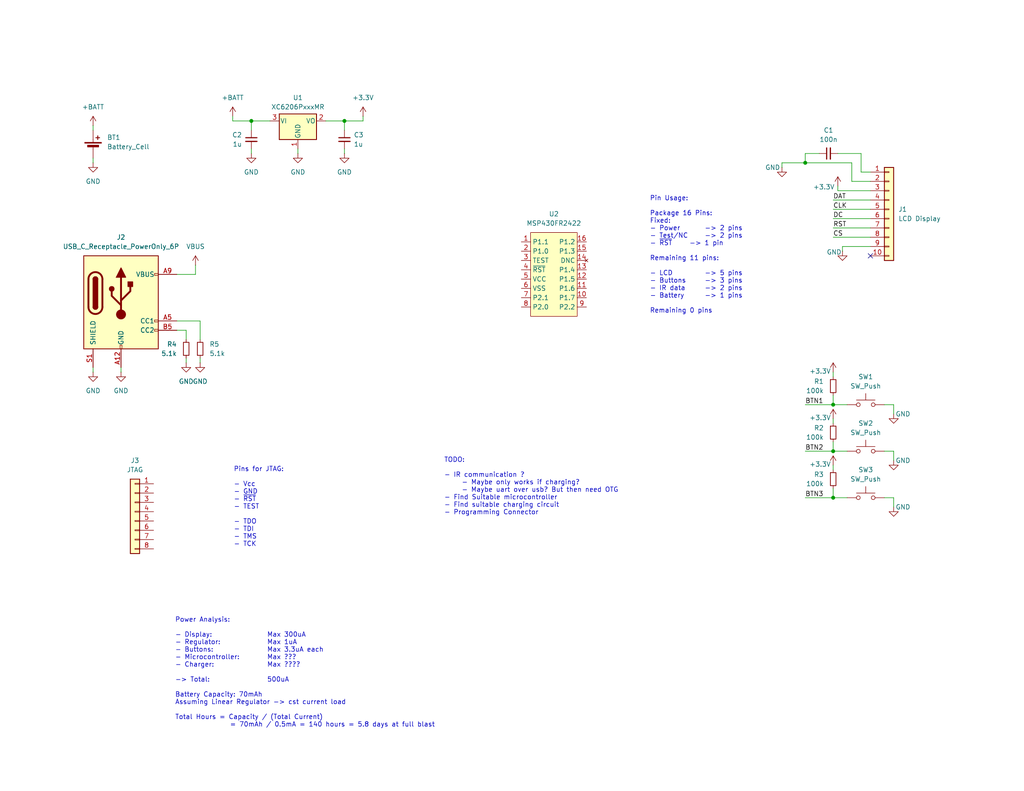
<source format=kicad_sch>
(kicad_sch (version 20231120) (generator "eeschema") (generator_version "8.0")
  (paper "USLetter")
  (title_block (title "PortaPAL") (rev "0.0.1") (company "Jorge Marcano"))
  (lib_symbols
    (symbol "Connector:USB_C_Receptacle_PowerOnly_6P" (pin_names (offset 1.016))
      (property "Reference" "J" (at 0 16.51 0))
      (property "Value" "USB_C_Receptacle_PowerOnly_6P" (at 0 13.97 0))
      (symbol "USB_C_Receptacle_PowerOnly_6P_0_0"
        (rectangle (start -0.254 -12.7) (end 0.254 -11.684))
        (rectangle (start 10.16 -7.366) (end 9.144 -7.874))
        (rectangle (start 10.16 -4.826) (end 9.144 -5.334))
        (rectangle (start 10.16 7.874) (end 9.144 7.366))
      )
      (symbol "USB_C_Receptacle_PowerOnly_6P_0_1"
        (rectangle (start -10.16 12.7) (end 10.16 -12.7) (stroke (width 0.254)) (fill (type background)))
        (arc (start -8.89 -1.27) (mid -6.985 -3.1667) (end -5.08 -1.27) (stroke (width 0.508)))
        (arc (start -7.62 -1.27) (mid -6.985 -1.9023) (end -6.35 -1.27) (stroke (width 0.254)))
        (arc (start -7.62 -1.27) (mid -6.985 -1.9023) (end -6.35 -1.27) (stroke (width 0.254)) (fill (type outline)))
        (rectangle (start -7.62 -1.27) (end -6.35 6.35) (stroke (width 0.254)) (fill (type outline)))
        (arc (start -6.35 6.35) (mid -6.985 6.9823) (end -7.62 6.35) (stroke (width 0.254)))
        (arc (start -6.35 6.35) (mid -6.985 6.9823) (end -7.62 6.35) (stroke (width 0.254)) (fill (type outline)))
        (arc (start -5.08 6.35) (mid -6.985 8.2467) (end -8.89 6.35) (stroke (width 0.508)))
        (circle (center -2.54 3.683) (radius 0.635) (stroke (width 0.254)) (fill (type outline)))
        (circle (center 0 -3.302) (radius 1.27) (fill (type outline)))
        (polyline (pts (xy -8.89 -1.27) (xy -8.89 6.35)) (stroke (width 0.508)))
        (polyline (pts (xy -5.08 6.35) (xy -5.08 -1.27)) (stroke (width 0.508)))
        (polyline (pts (xy 0 -3.302) (xy 0 6.858)) (stroke (width 0.508)))
        (polyline (pts (xy 0 -0.762) (xy -2.54 1.778) (xy -2.54 3.048)) (stroke (width 0.508)))
        (polyline (pts (xy 0 0.508) (xy 2.54 3.048) (xy 2.54 4.318)) (stroke (width 0.508)))
        (polyline (pts (xy -1.27 6.858) (xy 0 9.398) (xy 1.27 6.858) (xy -1.27 6.858)) (stroke (width 0.254)) (fill (type outline)))
        (rectangle (start 1.905 4.318) (end 3.175 5.588) (stroke (width 0.254)) (fill (type outline)))
      )
      (symbol "USB_C_Receptacle_PowerOnly_6P_1_1"
        (pin passive line (at 0 -17.78 90) (length 5.08) (name "GND") (number "A12"))
        (pin bidirectional line (at 15.24 -5.08 180) (length 5.08) (name "CC1") (number "A5"))
        (pin passive line (at 15.24 7.62 180) (length 5.08) (name "VBUS") (number "A9"))
        (pin passive line (at 0 -17.78 90) (length 5.08) hide (name "GND") (number "B12"))
        (pin bidirectional line (at 15.24 -7.62 180) (length 5.08) (name "CC2") (number "B5"))
        (pin passive line (at 15.24 7.62 180) (length 5.08) hide (name "VBUS") (number "B9"))
        (pin passive line (at -7.62 -17.78 90) (length 5.08) (name "SHIELD") (number "S1"))
      )
    )
    (symbol "Connector_Generic:Conn_01x08" (pin_names (offset 1.016) hide)
      (property "Reference" "J" (at 0 10.16 0))
      (property "Value" "Conn_01x08" (at 0 -12.7 0))
      (symbol "Conn_01x08_1_1"
        (rectangle (start -1.27 -10.033) (end 0 -10.287) (stroke (width 0.1524)))
        (rectangle (start -1.27 -7.493) (end 0 -7.747) (stroke (width 0.1524)))
        (rectangle (start -1.27 -4.953) (end 0 -5.207) (stroke (width 0.1524)))
        (rectangle (start -1.27 -2.413) (end 0 -2.667) (stroke (width 0.1524)))
        (rectangle (start -1.27 0.127) (end 0 -0.127) (stroke (width 0.1524)))
        (rectangle (start -1.27 2.667) (end 0 2.413) (stroke (width 0.1524)))
        (rectangle (start -1.27 5.207) (end 0 4.953) (stroke (width 0.1524)))
        (rectangle (start -1.27 7.747) (end 0 7.493) (stroke (width 0.1524)))
        (rectangle (start -1.27 8.89) (end 1.27 -11.43) (stroke (width 0.254)) (fill (type background)))
        (pin passive line (at -5.08 7.62 0) (length 3.81) (name "Pin_1") (number "1"))
        (pin passive line (at -5.08 5.08 0) (length 3.81) (name "Pin_2") (number "2"))
        (pin passive line (at -5.08 2.54 0) (length 3.81) (name "Pin_3") (number "3"))
        (pin passive line (at -5.08 0 0) (length 3.81) (name "Pin_4") (number "4"))
        (pin passive line (at -5.08 -2.54 0) (length 3.81) (name "Pin_5") (number "5"))
        (pin passive line (at -5.08 -5.08 0) (length 3.81) (name "Pin_6") (number "6"))
        (pin passive line (at -5.08 -7.62 0) (length 3.81) (name "Pin_7") (number "7"))
        (pin passive line (at -5.08 -10.16 0) (length 3.81) (name "Pin_8") (number "8"))
      )
    )
    (symbol "Connector_Generic:Conn_01x10" (pin_names (offset 1.016) hide)
      (property "Reference" "J" (at 0 12.7 0))
      (property "Value" "Conn_01x10" (at 0 -15.24 0))
      (symbol "Conn_01x10_1_1"
        (rectangle (start -1.27 -12.573) (end 0 -12.827) (stroke (width 0.1524)))
        (rectangle (start -1.27 -10.033) (end 0 -10.287) (stroke (width 0.1524)))
        (rectangle (start -1.27 -7.493) (end 0 -7.747) (stroke (width 0.1524)))
        (rectangle (start -1.27 -4.953) (end 0 -5.207) (stroke (width 0.1524)))
        (rectangle (start -1.27 -2.413) (end 0 -2.667) (stroke (width 0.1524)))
        (rectangle (start -1.27 0.127) (end 0 -0.127) (stroke (width 0.1524)))
        (rectangle (start -1.27 2.667) (end 0 2.413) (stroke (width 0.1524)))
        (rectangle (start -1.27 5.207) (end 0 4.953) (stroke (width 0.1524)))
        (rectangle (start -1.27 7.747) (end 0 7.493) (stroke (width 0.1524)))
        (rectangle (start -1.27 10.287) (end 0 10.033) (stroke (width 0.1524)))
        (rectangle (start -1.27 11.43) (end 1.27 -13.97) (stroke (width 0.254)) (fill (type background)))
        (pin passive line (at -5.08 10.16 0) (length 3.81) (name "Pin_1") (number "1"))
        (pin passive line (at -5.08 -12.7 0) (length 3.81) (name "Pin_10") (number "10"))
        (pin passive line (at -5.08 7.62 0) (length 3.81) (name "Pin_2") (number "2"))
        (pin passive line (at -5.08 5.08 0) (length 3.81) (name "Pin_3") (number "3"))
        (pin passive line (at -5.08 2.54 0) (length 3.81) (name "Pin_4") (number "4"))
        (pin passive line (at -5.08 0 0) (length 3.81) (name "Pin_5") (number "5"))
        (pin passive line (at -5.08 -2.54 0) (length 3.81) (name "Pin_6") (number "6"))
        (pin passive line (at -5.08 -5.08 0) (length 3.81) (name "Pin_7") (number "7"))
        (pin passive line (at -5.08 -7.62 0) (length 3.81) (name "Pin_8") (number "8"))
        (pin passive line (at -5.08 -10.16 0) (length 3.81) (name "Pin_9") (number "9"))
      )
    )
    (symbol "Device:Battery_Cell" (pin_numbers hide) (pin_names (offset 0) hide)
      (property "Reference" "BT" (at 2.54 2.54 0))
      (property "Value" "Battery_Cell" (at 2.54 0 0))
      (symbol "Battery_Cell_0_1"
        (rectangle (start -2.286 1.778) (end 2.286 1.524) (fill (type outline)))
        (rectangle (start -1.524 1.016) (end 1.524 0.508) (fill (type outline)))
        (polyline (pts (xy 0 0.762) (xy 0 0)))
        (polyline (pts (xy 0 1.778) (xy 0 2.54)))
        (polyline (pts (xy 0.762 3.048) (xy 1.778 3.048)) (stroke (width 0.254)))
        (polyline (pts (xy 1.27 3.556) (xy 1.27 2.54)) (stroke (width 0.254)))
      )
      (symbol "Battery_Cell_1_1"
        (pin passive line (at 0 5.08 270) (length 2.54) (name "+") (number "1"))
        (pin passive line (at 0 -2.54 90) (length 2.54) (name "-") (number "2"))
      )
    )
    (symbol "Device:C_Small" (pin_numbers hide) (pin_names (offset 0.254) hide)
      (property "Reference" "C" (at 0.254 1.778 0))
      (property "Value" "C_Small" (at 0.254 -2.032 0))
      (symbol "C_Small_0_1"
        (polyline (pts (xy -1.524 -0.508) (xy 1.524 -0.508)) (stroke (width 0.3302)))
        (polyline (pts (xy -1.524 0.508) (xy 1.524 0.508)) (stroke (width 0.3048)))
      )
      (symbol "C_Small_1_1"
        (pin passive line (at 0 2.54 270) (length 2.032) (name "~") (number "1"))
        (pin passive line (at 0 -2.54 90) (length 2.032) (name "~") (number "2"))
      )
    )
    (symbol "Device:R_Small" (pin_numbers hide) (pin_names (offset 0.254) hide)
      (property "Reference" "R" (at 0.762 0.508 0))
      (property "Value" "R_Small" (at 0.762 -1.016 0))
      (symbol "R_Small_0_1"
        (rectangle (start -0.762 1.778) (end 0.762 -1.778) (stroke (width 0.2032)))
      )
      (symbol "R_Small_1_1"
        (pin passive line (at 0 2.54 270) (length 0.762) (name "~") (number "1"))
        (pin passive line (at 0 -2.54 90) (length 0.762) (name "~") (number "2"))
      )
    )
    (symbol "Regulator_Linear:XC6206PxxxMR" (pin_names (offset 0.254))
      (property "Reference" "U" (at -3.81 3.175 0))
      (property "Value" "XC6206PxxxMR" (at 0 3.175 0))
      (symbol "XC6206PxxxMR_0_1"
        (rectangle (start -5.08 1.905) (end 5.08 -5.08) (stroke (width 0.254)) (fill (type background)))
      )
      (symbol "XC6206PxxxMR_1_1"
        (pin power_in line (at 0 -7.62 90) (length 2.54) (name "GND") (number "1"))
        (pin power_out line (at 7.62 0 180) (length 2.54) (name "VO") (number "2"))
        (pin power_in line (at -7.62 0 0) (length 2.54) (name "VI") (number "3"))
      )
    )
    (symbol "Switch:SW_Push" (pin_numbers hide) (pin_names (offset 1.016) hide)
      (property "Reference" "SW" (at 1.27 2.54 0))
      (property "Value" "SW_Push" (at 0 -1.524 0))
      (symbol "SW_Push_0_1"
        (circle (center -2.032 0) (radius 0.508))
        (polyline (pts (xy 0 1.27) (xy 0 3.048)))
        (polyline (pts (xy 2.54 1.27) (xy -2.54 1.27)))
        (circle (center 2.032 0) (radius 0.508))
        (pin passive line (at -5.08 0 0) (length 2.54) (name "1") (number "1"))
        (pin passive line (at 5.08 0 180) (length 2.54) (name "2") (number "2"))
      )
    )
    (symbol "lib:MSP430FR2422"
      (property "Reference" "U" (at 0 12.954 0))
      (property "Value" "MSP430FR2422" (at 0.254 11.176 0))
      (symbol "MSP430FR2422_1_0"
        (pin bidirectional line (at 8.89 -7.62 180) (length 2.54) (name "P1.7") (number "10"))
        (pin bidirectional line (at 8.89 -5.08 180) (length 2.54) (name "P1.6") (number "11"))
        (pin bidirectional line (at 8.89 -2.54 180) (length 2.54) (name "P1.5") (number "12"))
        (pin bidirectional line (at 8.89 0 180) (length 2.54) (name "P1.4") (number "13"))
        (pin no_connect line (at 8.89 2.54 180) (length 2.54) (name "DNC") (number "14"))
        (pin bidirectional line (at 8.89 5.08 180) (length 2.54) (name "P1.3") (number "15"))
        (pin bidirectional line (at 8.89 7.62 180) (length 2.54) (name "P1.2") (number "16"))
        (pin bidirectional line (at -8.89 5.08 0) (length 2.54) (name "P1.0") (number "2"))
        (pin bidirectional line (at -8.89 2.54 0) (length 2.54) (name "TEST") (number "3"))
        (pin bidirectional line (at -8.89 0 0) (length 2.54) (name "~{RST}") (number "4"))
        (pin power_in line (at -8.89 -2.54 0) (length 2.54) (name "VCC") (number "5"))
        (pin power_in line (at -8.89 -5.08 0) (length 2.54) (name "VSS") (number "6"))
        (pin bidirectional line (at -8.89 -7.62 0) (length 2.54) (name "P2.1") (number "7"))
        (pin bidirectional line (at -8.89 -10.16 0) (length 2.54) (name "P2.0") (number "8"))
        (pin bidirectional line (at 8.89 -10.16 180) (length 2.54) (name "P2.2") (number "9"))
      )
      (symbol "MSP430FR2422_1_1"
        (rectangle (start -6.35 10.16) (end 6.35 -12.7) (fill (type background)))
        (pin bidirectional line (at -8.89 7.62 0) (length 2.54) (name "P1.1") (number "1"))
      )
    )
    (symbol "power:+3.3V" (power) (pin_numbers hide) (pin_names (offset 0) hide)
      (property "Value" "+3.3V" (at 0 3.556 0))
      (symbol "+3.3V_0_1"
        (polyline (pts (xy -0.762 1.27) (xy 0 2.54)))
        (polyline (pts (xy 0 0) (xy 0 2.54)))
        (polyline (pts (xy 0 2.54) (xy 0.762 1.27)))
      )
      (symbol "+3.3V_1_1"
        (pin power_in line (at 0 0 90) (length 0) (name "~") (number "1"))
      )
    )
    (symbol "power:+BATT" (power) (pin_numbers hide) (pin_names (offset 0) hide)
      (property "Value" "+BATT" (at 0 3.556 0))
      (symbol "+BATT_0_1"
        (polyline (pts (xy -0.762 1.27) (xy 0 2.54)))
        (polyline (pts (xy 0 0) (xy 0 2.54)))
        (polyline (pts (xy 0 2.54) (xy 0.762 1.27)))
      )
      (symbol "+BATT_1_1"
        (pin power_in line (at 0 0 90) (length 0) (name "~") (number "1"))
      )
    )
    (symbol "power:GND" (power) (pin_numbers hide) (pin_names (offset 0) hide)
      (property "Value" "GND" (at 0 -3.81 0))
      (symbol "GND_0_1"
        (polyline (pts (xy 0 0) (xy 0 -1.27) (xy 1.27 -1.27) (xy 0 -2.54) (xy -1.27 -1.27) (xy 0 -1.27)))
      )
      (symbol "GND_1_1"
        (pin power_in line (at 0 0 270) (length 0) (name "~") (number "1"))
      )
    )
    (symbol "power:VBUS" (power) (pin_numbers hide) (pin_names (offset 0) hide)
      (property "Value" "VBUS" (at 0 3.556 0))
      (symbol "VBUS_0_1"
        (polyline (pts (xy -0.762 1.27) (xy 0 2.54)))
        (polyline (pts (xy 0 0) (xy 0 2.54)))
        (polyline (pts (xy 0 2.54) (xy 0.762 1.27)))
      )
      (symbol "VBUS_1_1"
        (pin power_in line (at 0 0 90) (length 0) (name "~") (number "1"))
      )
    )
  )
  (junction (at 227.33 110.49))
  (junction (at 227.33 135.89))
  (junction (at 227.33 123.19))
  (junction (at 93.98 33.02))
  (junction (at 68.58 33.02))
  (junction (at 219.71 44.45))
  (no_connect (at 237.49 69.85))
  (wire (pts (xy 54.61 92.71) (xy 54.61 87.63)))
  (wire (pts (xy 33.02 100.33) (xy 33.02 101.6)))
  (wire (pts (xy 219.71 123.19) (xy 227.33 123.19)))
  (wire (pts (xy 243.84 135.89) (xy 243.84 138.43)))
  (wire (pts (xy 227.33 57.15) (xy 237.49 57.15)))
  (wire (pts (xy 88.9 33.02) (xy 93.98 33.02)))
  (wire (pts (xy 228.6 52.07) (xy 237.49 52.07)))
  (wire (pts (xy 25.4 100.33) (xy 25.4 101.6)))
  (wire (pts (xy 227.33 101.6) (xy 227.33 102.87)))
  (wire (pts (xy 68.58 33.02) (xy 68.58 35.56)))
  (wire (pts (xy 219.71 44.45) (xy 232.41 44.45)))
  (wire (pts (xy 73.66 33.02) (xy 68.58 33.02)))
  (wire (pts (xy 50.8 97.79) (xy 50.8 99.06)))
  (wire (pts (xy 219.71 110.49) (xy 227.33 110.49)))
  (wire (pts (xy 227.33 110.49) (xy 231.14 110.49)))
  (wire (pts (xy 227.33 59.69) (xy 237.49 59.69)))
  (wire (pts (xy 234.95 41.91) (xy 228.6 41.91)))
  (wire (pts (xy 48.26 74.93) (xy 53.34 74.93)))
  (wire (pts (xy 243.84 123.19) (xy 243.84 125.73)))
  (wire (pts (xy 99.06 31.75) (xy 99.06 33.02)))
  (wire (pts (xy 50.8 90.17) (xy 48.26 90.17)))
  (wire (pts (xy 213.36 44.45) (xy 219.71 44.45)))
  (wire (pts (xy 227.33 127) (xy 227.33 128.27)))
  (wire (pts (xy 232.41 44.45) (xy 232.41 49.53)))
  (wire (pts (xy 99.06 33.02) (xy 93.98 33.02)))
  (wire (pts (xy 241.3 135.89) (xy 243.84 135.89)))
  (wire (pts (xy 223.52 41.91) (xy 219.71 41.91)))
  (wire (pts (xy 219.71 135.89) (xy 227.33 135.89)))
  (wire (pts (xy 54.61 87.63) (xy 48.26 87.63)))
  (wire (pts (xy 241.3 123.19) (xy 243.84 123.19)))
  (wire (pts (xy 213.36 44.45) (xy 213.36 45.72)))
  (wire (pts (xy 228.6 50.8) (xy 228.6 52.07)))
  (wire (pts (xy 93.98 33.02) (xy 93.98 35.56)))
  (wire (pts (xy 234.95 41.91) (xy 234.95 46.99)))
  (wire (pts (xy 227.33 114.3) (xy 227.33 115.57)))
  (wire (pts (xy 50.8 92.71) (xy 50.8 90.17)))
  (wire (pts (xy 229.87 67.31) (xy 229.87 68.58)))
  (wire (pts (xy 227.33 54.61) (xy 237.49 54.61)))
  (wire (pts (xy 227.33 107.95) (xy 227.33 110.49)))
  (wire (pts (xy 227.33 123.19) (xy 231.14 123.19)))
  (wire (pts (xy 25.4 34.29) (xy 25.4 35.56)))
  (wire (pts (xy 54.61 97.79) (xy 54.61 99.06)))
  (wire (pts (xy 227.33 135.89) (xy 231.14 135.89)))
  (wire (pts (xy 53.34 74.93) (xy 53.34 72.39)))
  (wire (pts (xy 219.71 41.91) (xy 219.71 44.45)))
  (wire (pts (xy 243.84 110.49) (xy 243.84 113.03)))
  (wire (pts (xy 68.58 40.64) (xy 68.58 41.91)))
  (wire (pts (xy 237.49 67.31) (xy 229.87 67.31)))
  (wire (pts (xy 63.5 31.75) (xy 63.5 33.02)))
  (wire (pts (xy 234.95 46.99) (xy 237.49 46.99)))
  (wire (pts (xy 227.33 64.77) (xy 237.49 64.77)))
  (wire (pts (xy 232.41 49.53) (xy 237.49 49.53)))
  (wire (pts (xy 227.33 120.65) (xy 227.33 123.19)))
  (wire (pts (xy 81.28 40.64) (xy 81.28 41.91)))
  (wire (pts (xy 63.5 33.02) (xy 68.58 33.02)))
  (wire (pts (xy 93.98 40.64) (xy 93.98 41.91)))
  (wire (pts (xy 227.33 133.35) (xy 227.33 135.89)))
  (wire (pts (xy 227.33 62.23) (xy 237.49 62.23)))
  (wire (pts (xy 241.3 110.49) (xy 243.84 110.49)))
  (wire (pts (xy 25.4 43.18) (xy 25.4 44.45)))
  (text "Pins for JTAG:\n\n- Vcc\n- GND\n- ~{RST}\n- TEST\n\n- TDO\n- TDI\n- TMS\n- TCK" (at 63.754 138.43 0) (effects (font (size 1.27 1.27)) (justify left)))
  (text "TODO:\n\n- IR communication ?\n	- Maybe only works if charging?\n	- Maybe uart over usb? But then need OTG\n- Find Suitable microcontroller\n- Find suitable charging circuit\n- Programming Connector" (at 121.158 132.842 0) (effects (font (size 1.27 1.27)) (justify left)))
  (text "Pin Usage:\n\nPackage 16 Pins:\nFixed:\n- Power 	-> 2 pins\n- Test/NC	-> 2 pins\n- ~{RST}	-> 1 pin\n\nRemaining 11 pins:\n\n- LCD		-> 5 pins\n- Buttons	-> 3 pins\n- IR data	-> 2 pins\n- Battery	-> 1 pins\n\nRemaining 0 pins" (at 177.292 69.596 0) (effects (font (size 1.27 1.27)) (justify left)))
  (text "Power Analysis:\n\n- Display:			Max 300uA\n- Regulator:		Max 1uA\n- Buttons:			Max 3.3uA each\n- Microcontroller: 	Max ???\n- Charger: 			Max ????\n\n-> Total:			500uA\n\nBattery Capacity: 70mAh\nAssuming Linear Regulator -> cst current load\n\nTotal Hours = Capacity / (Total Current)\n			= 70mAh / 0.5mA = 140 hours = 5.8 days at full blast\n" (at 47.752 183.642 0) (effects (font (size 1.27 1.27)) (justify left)))
  (label "DAT" (at 227.33 54.61 0))
  (label "DC" (at 227.33 59.69 0))
  (label "BTN2" (at 219.71 123.19 0))
  (label "CS" (at 227.33 64.77 0))
  (label "CLK" (at 227.33 57.15 0))
  (label "BTN1" (at 219.71 110.49 0))
  (label "RST" (at 227.33 62.23 0))
  (label "BTN3" (at 219.71 135.89 0))
  (symbol (lib_id "lib:MSP430FR2422") (at 151.13 73.66 0) (unit 1)
    (property "Reference" "U2" (at 151.13 58.42 0))
    (property "Value" "MSP430FR2422" (at 151.13 60.96 0))
    (property "Footprint" "Package_SO:TSSOP-16_4.4x5mm_P0.65mm" (effects (hide yes)))
    (property "Datasheet" "https://www.ti.com/lit/ds/symlink/msp430fr2422.pdf?HQS=dis-dk-null-digikeymode-dsf-pf-null-wwe&ts=1748570568454&ref_url=https%253A%252F%252Fwww.ti.com%252Fgeneral%252Fdocs%252Fsuppproductinfo.tsp%253FdistId%253D10%2526gotoUrl%253Dhttps%253A%252F%252Fwww.ti.com%252Flit%252Fgpn%252Fmsp430fr2422" (effects (hide yes)))
  )
  (symbol (lib_id "Regulator_Linear:XC6206PxxxMR") (at 81.28 33.02 0) (unit 1)
    (property "Reference" "U1" (at 81.28 26.67 0))
    (property "Value" "XC6206PxxxMR" (at 81.28 29.21 0))
    (property "Footprint" "Package_TO_SOT_SMD:SOT-23-3" (effects (hide yes)))
    (property "Datasheet" "https://www.torexsemi.com/file/xc6206/XC6206.pdf" (effects (hide yes)))
    (property "Description" "Positive 60-250mA Low Dropout Regulator, Fixed Output, SOT-23" (effects (hide yes)))
  )
  (symbol (lib_id "power:GND") (at 243.84 138.43 0) (unit 1)
    (property "Reference" "#PWR09" (effects (hide yes)))
    (property "Value" "GND" (at 246.38 138.43 0))
    (property "Description" "Power symbol creates a global label with name \"GND\" , ground" (effects (hide yes)))
  )
  (symbol (lib_id "power:GND") (at 213.36 45.72 0) (unit 1)
    (property "Reference" "#PWR01" (effects (hide yes)))
    (property "Value" "GND" (at 210.82 45.72 0))
    (property "Description" "Power symbol creates a global label with name \"GND\" , ground" (effects (hide yes)))
  )
  (symbol (lib_id "Switch:SW_Push") (at 236.22 110.49 0) (unit 1)
    (property "Reference" "SW1" (at 236.22 102.87 0))
    (property "Value" "SW_Push" (at 236.22 105.41 0))
    (property "Description" "Push button switch, generic, two pins" (effects (hide yes)))
  )
  (symbol (lib_id "power:GND") (at 25.4 101.6 0) (unit 1)
    (property "Reference" "#PWR019" (effects (hide yes)))
    (property "Value" "GND" (at 25.4 106.68 0))
    (property "Description" "Power symbol creates a global label with name \"GND\" , ground" (effects (hide yes)))
  )
  (symbol (lib_id "power:VBUS") (at 53.34 72.39 0) (unit 1)
    (property "Reference" "#PWR017" (effects (hide yes)))
    (property "Value" "VBUS" (at 53.34 67.31 0))
    (property "Description" "Power symbol creates a global label with name \"VBUS\"" (effects (hide yes)))
  )
  (symbol (lib_id "Device:R_Small") (at 227.33 105.41 0) (mirror x) (unit 1)
    (property "Reference" "R1" (at 224.79 104.1399 0) (effects (justify right)))
    (property "Value" "100k" (at 224.79 106.6799 0) (effects (justify right)))
    (property "Description" "Resistor, small symbol" (effects (hide yes)))
  )
  (symbol (lib_id "Device:R_Small") (at 227.33 130.81 0) (mirror x) (unit 1)
    (property "Reference" "R3" (at 224.79 129.5399 0) (effects (justify right)))
    (property "Value" "100k" (at 224.79 132.0799 0) (effects (justify right)))
    (property "Description" "Resistor, small symbol" (effects (hide yes)))
  )
  (symbol (lib_id "power:+BATT") (at 63.5 31.75 0) (unit 1)
    (property "Reference" "#PWR014" (effects (hide yes)))
    (property "Value" "+BATT" (at 63.5 26.67 0))
    (property "Description" "Power symbol creates a global label with name \"+BATT\"" (effects (hide yes)))
  )
  (symbol (lib_id "power:+3.3V") (at 227.33 114.3 0) (unit 1)
    (property "Reference" "#PWR05" (effects (hide yes)))
    (property "Value" "+3.3V" (at 223.774 114.046 0))
    (property "Description" "Power symbol creates a global label with name \"+3.3V\"" (effects (hide yes)))
  )
  (symbol (lib_id "power:GND") (at 93.98 41.91 0) (mirror y) (unit 1)
    (property "Reference" "#PWR012" (effects (hide yes)))
    (property "Value" "GND" (at 93.98 46.99 0))
    (property "Description" "Power symbol creates a global label with name \"GND\" , ground" (effects (hide yes)))
  )
  (symbol (lib_id "Device:C_Small") (at 93.98 38.1 0) (mirror y) (unit 1)
    (property "Reference" "C3" (at 96.52 36.8362 0) (effects (justify right)))
    (property "Value" "1u" (at 96.52 39.3762 0) (effects (justify right)))
    (property "Description" "Unpolarized capacitor, small symbol" (effects (hide yes)))
  )
  (symbol (lib_id "power:GND") (at 54.61 99.06 0) (unit 1)
    (property "Reference" "#PWR021" (effects (hide yes)))
    (property "Value" "GND" (at 54.61 104.14 0))
    (property "Description" "Power symbol creates a global label with name \"GND\" , ground" (effects (hide yes)))
  )
  (symbol (lib_id "power:GND") (at 243.84 113.03 0) (unit 1)
    (property "Reference" "#PWR07" (effects (hide yes)))
    (property "Value" "GND" (at 246.38 113.03 0))
    (property "Description" "Power symbol creates a global label with name \"GND\" , ground" (effects (hide yes)))
  )
  (symbol (lib_id "Device:C_Small") (at 226.06 41.91 90) (unit 1)
    (property "Reference" "C1" (at 226.0663 35.56 90))
    (property "Value" "100n" (at 226.0663 38.1 90))
    (property "Description" "Unpolarized capacitor, small symbol" (effects (hide yes)))
  )
  (symbol (lib_id "power:+3.3V") (at 227.33 127 0) (unit 1)
    (property "Reference" "#PWR06" (effects (hide yes)))
    (property "Value" "+3.3V" (at 223.774 126.746 0))
    (property "Description" "Power symbol creates a global label with name \"+3.3V\"" (effects (hide yes)))
  )
  (symbol (lib_id "power:GND") (at 243.84 125.73 0) (unit 1)
    (property "Reference" "#PWR08" (effects (hide yes)))
    (property "Value" "GND" (at 246.38 125.73 0))
    (property "Description" "Power symbol creates a global label with name \"GND\" , ground" (effects (hide yes)))
  )
  (symbol (lib_id "power:GND") (at 229.87 68.58 0) (unit 1)
    (property "Reference" "#PWR03" (effects (hide yes)))
    (property "Value" "GND" (at 227.584 68.834 0))
    (property "Description" "Power symbol creates a global label with name \"GND\" , ground" (effects (hide yes)))
  )
  (symbol (lib_id "Connector_Generic:Conn_01x10") (at 242.57 57.15 0) (unit 1)
    (property "Reference" "J1" (at 245.11 57.1499 0) (effects (justify left)))
    (property "Value" "LCD Display" (at 245.11 59.6899 0) (effects (justify left)))
    (property "Description" "Generic connector, single row, 01x10, script generated (kicad-library-utils/schlib/autogen/connector/)" (effects (hide yes)))
  )
  (symbol (lib_id "Connector_Generic:Conn_01x08") (at 36.83 139.7 0) (mirror y) (unit 1)
    (property "Reference" "J3" (at 36.83 125.73 0))
    (property "Value" "JTAG" (at 36.83 128.27 0))
    (property "Description" "Generic connector, single row, 01x08, script generated (kicad-library-utils/schlib/autogen/connector/)" (effects (hide yes)))
  )
  (symbol (lib_id "power:+BATT") (at 25.4 34.29 0) (unit 1)
    (property "Reference" "#PWR016" (effects (hide yes)))
    (property "Value" "+BATT" (at 25.4 29.21 0))
    (property "Description" "Power symbol creates a global label with name \"+BATT\"" (effects (hide yes)))
  )
  (symbol (lib_id "Connector:USB_C_Receptacle_PowerOnly_6P") (at 33.02 82.55 0) (unit 1)
    (property "Reference" "J2" (at 33.02 64.77 0))
    (property "Value" "USB_C_Receptacle_PowerOnly_6P" (at 33.02 67.31 0))
    (property "Datasheet" "https://www.usb.org/sites/default/files/documents/usb_type-c.zip" (effects (hide yes)))
    (property "Description" "USB Power-Only 6P Type-C Receptacle connector" (effects (hide yes)))
  )
  (symbol (lib_id "Switch:SW_Push") (at 236.22 135.89 0) (unit 1)
    (property "Reference" "SW3" (at 236.22 128.27 0))
    (property "Value" "SW_Push" (at 236.22 130.81 0))
    (property "Description" "Push button switch, generic, two pins" (effects (hide yes)))
  )
  (symbol (lib_id "Device:R_Small") (at 54.61 95.25 0) (unit 1)
    (property "Reference" "R5" (at 57.15 93.9799 0) (effects (justify left)))
    (property "Value" "5.1k" (at 57.15 96.5199 0) (effects (justify left)))
    (property "Description" "Resistor, small symbol" (effects (hide yes)))
  )
  (symbol (lib_id "power:GND") (at 33.02 101.6 0) (unit 1)
    (property "Reference" "#PWR018" (effects (hide yes)))
    (property "Value" "GND" (at 33.02 106.68 0))
    (property "Description" "Power symbol creates a global label with name \"GND\" , ground" (effects (hide yes)))
  )
  (symbol (lib_id "Switch:SW_Push") (at 236.22 123.19 0) (unit 1)
    (property "Reference" "SW2" (at 236.22 115.57 0))
    (property "Value" "SW_Push" (at 236.22 118.11 0))
    (property "Description" "Push button switch, generic, two pins" (effects (hide yes)))
  )
  (symbol (lib_id "power:GND") (at 25.4 44.45 0) (unit 1)
    (property "Reference" "#PWR015" (effects (hide yes)))
    (property "Value" "GND" (at 25.4 49.53 0))
    (property "Description" "Power symbol creates a global label with name \"GND\" , ground" (effects (hide yes)))
  )
  (symbol (lib_id "power:GND") (at 50.8 99.06 0) (unit 1)
    (property "Reference" "#PWR020" (effects (hide yes)))
    (property "Value" "GND" (at 50.8 104.14 0))
    (property "Description" "Power symbol creates a global label with name \"GND\" , ground" (effects (hide yes)))
  )
  (symbol (lib_id "power:+3.3V") (at 99.06 31.75 0) (unit 1)
    (property "Reference" "#PWR013" (effects (hide yes)))
    (property "Value" "+3.3V" (at 99.06 26.67 0))
    (property "Description" "Power symbol creates a global label with name \"+3.3V\"" (effects (hide yes)))
  )
  (symbol (lib_id "power:+3.3V") (at 227.33 101.6 0) (unit 1)
    (property "Reference" "#PWR04" (effects (hide yes)))
    (property "Value" "+3.3V" (at 223.774 101.346 0))
    (property "Description" "Power symbol creates a global label with name \"+3.3V\"" (effects (hide yes)))
  )
  (symbol (lib_id "Device:R_Small") (at 50.8 95.25 0) (unit 1)
    (property "Reference" "R4" (at 48.26 93.9799 0) (effects (justify right)))
    (property "Value" "5.1k" (at 48.26 96.5199 0) (effects (justify right)))
    (property "Description" "Resistor, small symbol" (effects (hide yes)))
  )
  (symbol (lib_id "power:+3.3V") (at 228.6 50.8 0) (unit 1)
    (property "Reference" "#PWR02" (effects (hide yes)))
    (property "Value" "+3.3V" (at 224.79 51.054 0))
    (property "Description" "Power symbol creates a global label with name \"+3.3V\"" (effects (hide yes)))
  )
  (symbol (lib_id "Device:Battery_Cell") (at 25.4 40.64 0) (unit 1)
    (property "Reference" "BT1" (at 29.21 37.5284 0) (effects (justify left)))
    (property "Value" "Battery_Cell" (at 29.21 40.0684 0) (effects (justify left)))
    (property "Description" "Single-cell battery" (effects (hide yes)))
  )
  (symbol (lib_id "power:GND") (at 68.58 41.91 0) (unit 1)
    (property "Reference" "#PWR010" (effects (hide yes)))
    (property "Value" "GND" (at 68.58 46.99 0))
    (property "Description" "Power symbol creates a global label with name \"GND\" , ground" (effects (hide yes)))
  )
  (symbol (lib_id "Device:R_Small") (at 227.33 118.11 0) (mirror x) (unit 1)
    (property "Reference" "R2" (at 224.79 116.8399 0) (effects (justify right)))
    (property "Value" "100k" (at 224.79 119.3799 0) (effects (justify right)))
    (property "Description" "Resistor, small symbol" (effects (hide yes)))
  )
  (symbol (lib_id "power:GND") (at 81.28 41.91 0) (unit 1)
    (property "Reference" "#PWR011" (effects (hide yes)))
    (property "Value" "GND" (at 81.28 46.99 0))
    (property "Description" "Power symbol creates a global label with name \"GND\" , ground" (effects (hide yes)))
  )
  (symbol (lib_id "Device:C_Small") (at 68.58 38.1 0) (unit 1)
    (property "Reference" "C2" (at 66.04 36.8362 0) (effects (justify right)))
    (property "Value" "1u" (at 66.04 39.3762 0) (effects (justify right)))
    (property "Description" "Unpolarized capacitor, small symbol" (effects (hide yes)))
  )
)
</source>
